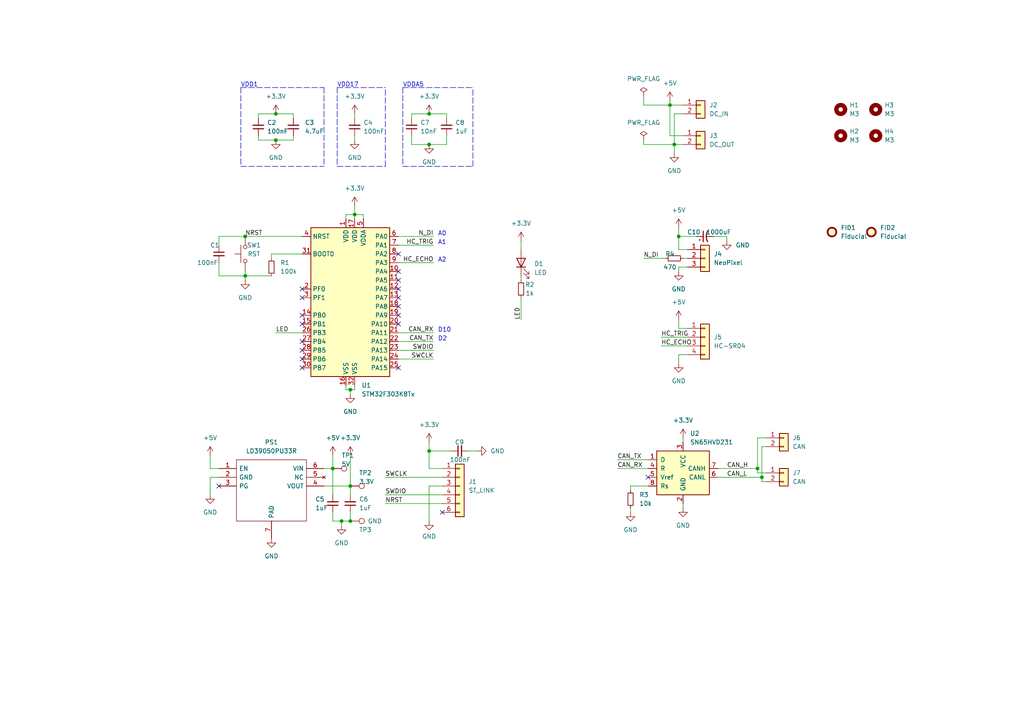
<source format=kicad_sch>
(kicad_sch (version 20211123) (generator eeschema)
  (paper "A4")
  (title_block (title "CityScope Module") (date "2023-02-09") (rev "v1.0") (company "CSL-Taipei"))
  (lib_symbols
    (symbol "CityScope_Component:LD39050PU33R" (pin_names (offset 0.762))
      (property "Reference" "PS" (at 26.67 7.62 0))
      (property "Value" "LD39050PU33R" (at 26.67 5.08 0))
      (symbol "LD39050PU33R_0_0"
        (pin input line (at 0 0 0) (length 5.08) (name "EN") (number "1"))
        (pin power_in line (at 0 -2.54 0) (length 5.08) (name "GND") (number "2"))
        (pin output line (at 0 -5.08 0) (length 5.08) (name "PG") (number "3"))
        (pin power_out line (at 30.48 -5.08 180) (length 5.08) (name "VOUT") (number "4"))
        (pin no_connect line (at 30.48 -2.54 180) (length 5.08) (name "NC") (number "5"))
        (pin power_in line (at 30.48 0 180) (length 5.08) (name "VIN") (number "6"))
        (pin power_in line (at 15.24 -20.32 90) (length 5.08) (name "PAD") (number "7"))
      )
      (symbol "LD39050PU33R_0_1"
        (polyline (pts (xy 5.08 2.54) (xy 25.4 2.54) (xy 25.4 -15.24) (xy 5.08 -15.24) (xy 5.08 2.54)) (stroke (width 0.1524)))
      )
    )
    (symbol "Connector:TestPoint" (pin_numbers hide) (pin_names (offset 0.762) hide)
      (property "Reference" "TP" (at 0 6.858 0))
      (property "Value" "TestPoint" (at 0 5.08 0))
      (symbol "TestPoint_0_1"
        (circle (center 0 3.302) (radius 0.762))
      )
      (symbol "TestPoint_1_1"
        (pin passive line (at 0 0 90) (length 2.54) (name "1") (number "1"))
      )
    )
    (symbol "Connector_Generic:Conn_01x02" (pin_names (offset 1.016) hide)
      (property "Reference" "J" (at 0 2.54 0))
      (property "Value" "Conn_01x02" (at 0 -5.08 0))
      (symbol "Conn_01x02_1_1"
        (rectangle (start -1.27 -2.413) (end 0 -2.667) (stroke (width 0.1524)))
        (rectangle (start -1.27 0.127) (end 0 -0.127) (stroke (width 0.1524)))
        (rectangle (start -1.27 1.27) (end 1.27 -3.81) (stroke (width 0.254)) (fill (type background)))
        (pin passive line (at -5.08 0 0) (length 3.81) (name "Pin_1") (number "1"))
        (pin passive line (at -5.08 -2.54 0) (length 3.81) (name "Pin_2") (number "2"))
      )
    )
    (symbol "Connector_Generic:Conn_01x03" (pin_names (offset 1.016) hide)
      (property "Reference" "J" (at 0 5.08 0))
      (property "Value" "Conn_01x03" (at 0 -5.08 0))
      (symbol "Conn_01x03_1_1"
        (rectangle (start -1.27 -2.413) (end 0 -2.667) (stroke (width 0.1524)))
        (rectangle (start -1.27 0.127) (end 0 -0.127) (stroke (width 0.1524)))
        (rectangle (start -1.27 2.667) (end 0 2.413) (stroke (width 0.1524)))
        (rectangle (start -1.27 3.81) (end 1.27 -3.81) (stroke (width 0.254)) (fill (type background)))
        (pin passive line (at -5.08 2.54 0) (length 3.81) (name "Pin_1") (number "1"))
        (pin passive line (at -5.08 0 0) (length 3.81) (name "Pin_2") (number "2"))
        (pin passive line (at -5.08 -2.54 0) (length 3.81) (name "Pin_3") (number "3"))
      )
    )
    (symbol "Connector_Generic:Conn_01x04" (pin_names (offset 1.016) hide)
      (property "Reference" "J" (at 0 5.08 0))
      (property "Value" "Conn_01x04" (at 0 -7.62 0))
      (symbol "Conn_01x04_1_1"
        (rectangle (start -1.27 -4.953) (end 0 -5.207) (stroke (width 0.1524)))
        (rectangle (start -1.27 -2.413) (end 0 -2.667) (stroke (width 0.1524)))
        (rectangle (start -1.27 0.127) (end 0 -0.127) (stroke (width 0.1524)))
        (rectangle (start -1.27 2.667) (end 0 2.413) (stroke (width 0.1524)))
        (rectangle (start -1.27 3.81) (end 1.27 -6.35) (stroke (width 0.254)) (fill (type background)))
        (pin passive line (at -5.08 2.54 0) (length 3.81) (name "Pin_1") (number "1"))
        (pin passive line (at -5.08 0 0) (length 3.81) (name "Pin_2") (number "2"))
        (pin passive line (at -5.08 -2.54 0) (length 3.81) (name "Pin_3") (number "3"))
        (pin passive line (at -5.08 -5.08 0) (length 3.81) (name "Pin_4") (number "4"))
      )
    )
    (symbol "Connector_Generic:Conn_01x06" (pin_names (offset 1.016) hide)
      (property "Reference" "J" (at 0 7.62 0))
      (property "Value" "Conn_01x06" (at 0 -10.16 0))
      (symbol "Conn_01x06_1_1"
        (rectangle (start -1.27 -7.493) (end 0 -7.747) (stroke (width 0.1524)))
        (rectangle (start -1.27 -4.953) (end 0 -5.207) (stroke (width 0.1524)))
        (rectangle (start -1.27 -2.413) (end 0 -2.667) (stroke (width 0.1524)))
        (rectangle (start -1.27 0.127) (end 0 -0.127) (stroke (width 0.1524)))
        (rectangle (start -1.27 2.667) (end 0 2.413) (stroke (width 0.1524)))
        (rectangle (start -1.27 5.207) (end 0 4.953) (stroke (width 0.1524)))
        (rectangle (start -1.27 6.35) (end 1.27 -8.89) (stroke (width 0.254)) (fill (type background)))
        (pin passive line (at -5.08 5.08 0) (length 3.81) (name "Pin_1") (number "1"))
        (pin passive line (at -5.08 2.54 0) (length 3.81) (name "Pin_2") (number "2"))
        (pin passive line (at -5.08 0 0) (length 3.81) (name "Pin_3") (number "3"))
        (pin passive line (at -5.08 -2.54 0) (length 3.81) (name "Pin_4") (number "4"))
        (pin passive line (at -5.08 -5.08 0) (length 3.81) (name "Pin_5") (number "5"))
        (pin passive line (at -5.08 -7.62 0) (length 3.81) (name "Pin_6") (number "6"))
      )
    )
    (symbol "Device:C_Polarized_Small_US" (pin_numbers hide) (pin_names (offset 0.254) hide)
      (property "Reference" "C" (at 0.254 1.778 0))
      (property "Value" "C_Polarized_Small_US" (at 0.254 -2.032 0))
      (symbol "C_Polarized_Small_US_0_1"
        (polyline (pts (xy -1.524 0.508) (xy 1.524 0.508)) (stroke (width 0.3048)))
        (polyline (pts (xy -1.27 1.524) (xy -0.762 1.524)))
        (polyline (pts (xy -1.016 1.27) (xy -1.016 1.778)))
        (arc (start 1.524 -0.762) (mid 0 -0.3734) (end -1.524 -0.762) (stroke (width 0.3048)))
      )
      (symbol "C_Polarized_Small_US_1_1"
        (pin passive line (at 0 2.54 270) (length 2.032) (name "~") (number "1"))
        (pin passive line (at 0 -2.54 90) (length 2.032) (name "~") (number "2"))
      )
    )
    (symbol "Device:C_Small" (pin_numbers hide) (pin_names (offset 0.254) hide)
      (property "Reference" "C" (at 0.254 1.778 0))
      (property "Value" "C_Small" (at 0.254 -2.032 0))
      (symbol "C_Small_0_1"
        (polyline (pts (xy -1.524 -0.508) (xy 1.524 -0.508)) (stroke (width 0.3302)))
        (polyline (pts (xy -1.524 0.508) (xy 1.524 0.508)) (stroke (width 0.3048)))
      )
      (symbol "C_Small_1_1"
        (pin passive line (at 0 2.54 270) (length 2.032) (name "~") (number "1"))
        (pin passive line (at 0 -2.54 90) (length 2.032) (name "~") (number "2"))
      )
    )
    (symbol "Device:LED" (pin_numbers hide) (pin_names (offset 1.016) hide)
      (property "Reference" "D" (at 0 2.54 0))
      (property "Value" "LED" (at 0 -2.54 0))
      (symbol "LED_0_1"
        (polyline (pts (xy -1.27 -1.27) (xy -1.27 1.27)) (stroke (width 0.254)))
        (polyline (pts (xy -1.27 0) (xy 1.27 0)))
        (polyline (pts (xy 1.27 -1.27) (xy 1.27 1.27) (xy -1.27 0) (xy 1.27 -1.27)) (stroke (width 0.254)))
        (polyline (pts (xy -3.048 -0.762) (xy -4.572 -2.286) (xy -3.81 -2.286) (xy -4.572 -2.286) (xy -4.572 -1.524)))
        (polyline (pts (xy -1.778 -0.762) (xy -3.302 -2.286) (xy -2.54 -2.286) (xy -3.302 -2.286) (xy -3.302 -1.524)))
      )
      (symbol "LED_1_1"
        (pin passive line (at -3.81 0 0) (length 2.54) (name "K") (number "1"))
        (pin passive line (at 3.81 0 180) (length 2.54) (name "A") (number "2"))
      )
    )
    (symbol "Device:R_Small" (pin_numbers hide) (pin_names (offset 0.254) hide)
      (property "Reference" "R" (at 0.762 0.508 0))
      (property "Value" "R_Small" (at 0.762 -1.016 0))
      (symbol "R_Small_0_1"
        (rectangle (start -0.762 1.778) (end 0.762 -1.778) (stroke (width 0.2032)))
      )
      (symbol "R_Small_1_1"
        (pin passive line (at 0 2.54 270) (length 0.762) (name "~") (number "1"))
        (pin passive line (at 0 -2.54 90) (length 0.762) (name "~") (number "2"))
      )
    )
    (symbol "Interface_CAN_LIN:SN65HVD231" (pin_names (offset 1.016))
      (property "Reference" "U" (at -2.54 10.16 0))
      (property "Value" "SN65HVD231" (at -2.54 7.62 0))
      (symbol "SN65HVD231_0_1"
        (rectangle (start -7.62 5.08) (end 7.62 -7.62) (stroke (width 0.254)) (fill (type background)))
      )
      (symbol "SN65HVD231_1_1"
        (pin input line (at -10.16 2.54 0) (length 2.54) (name "D") (number "1"))
        (pin power_in line (at 0 -10.16 90) (length 2.54) (name "GND") (number "2"))
        (pin power_in line (at 0 7.62 270) (length 2.54) (name "VCC") (number "3"))
        (pin output line (at -10.16 0 0) (length 2.54) (name "R") (number "4"))
        (pin output line (at -10.16 -2.54 0) (length 2.54) (name "Vref") (number "5"))
        (pin bidirectional line (at 10.16 -2.54 180) (length 2.54) (name "CANL") (number "6"))
        (pin bidirectional line (at 10.16 0 180) (length 2.54) (name "CANH") (number "7"))
        (pin input line (at -10.16 -5.08 0) (length 2.54) (name "Rs") (number "8"))
      )
    )
    (symbol "MCU_ST_STM32F3:STM32F303K8Tx"
      (property "Reference" "U" (at -12.7 21.59 0))
      (property "Value" "STM32F303K8Tx" (at 5.08 21.59 0))
      (symbol "STM32F303K8Tx_0_1"
        (rectangle (start -12.7 -22.86) (end 10.16 20.32) (stroke (width 0.254)) (fill (type background)))
      )
      (symbol "STM32F303K8Tx_1_1"
        (pin power_in line (at -2.54 22.86 270) (length 2.54) (name "VDD") (number "1"))
        (pin bidirectional line (at 12.7 7.62 180) (length 2.54) (name "PA4") (number "10"))
        (pin bidirectional line (at 12.7 5.08 180) (length 2.54) (name "PA5") (number "11"))
        (pin bidirectional line (at 12.7 2.54 180) (length 2.54) (name "PA6") (number "12"))
        (pin bidirectional line (at 12.7 0 180) (length 2.54) (name "PA7") (number "13"))
        (pin bidirectional line (at -15.24 -5.08 0) (length 2.54) (name "PB0") (number "14"))
        (pin bidirectional line (at -15.24 -7.62 0) (length 2.54) (name "PB1") (number "15"))
        (pin power_in line (at -2.54 -25.4 90) (length 2.54) (name "VSS") (number "16"))
        (pin power_in line (at 0 22.86 270) (length 2.54) (name "VDD") (number "17"))
        (pin bidirectional line (at 12.7 -2.54 180) (length 2.54) (name "PA8") (number "18"))
        (pin bidirectional line (at 12.7 -5.08 180) (length 2.54) (name "PA9") (number "19"))
        (pin input line (at -15.24 2.54 0) (length 2.54) (name "PF0") (number "2"))
        (pin bidirectional line (at 12.7 -7.62 180) (length 2.54) (name "PA10") (number "20"))
        (pin bidirectional line (at 12.7 -10.16 180) (length 2.54) (name "PA11") (number "21"))
        (pin bidirectional line (at 12.7 -12.7 180) (length 2.54) (name "PA12") (number "22"))
        (pin bidirectional line (at 12.7 -15.24 180) (length 2.54) (name "PA13") (number "23"))
        (pin bidirectional line (at 12.7 -17.78 180) (length 2.54) (name "PA14") (number "24"))
        (pin bidirectional line (at 12.7 -20.32 180) (length 2.54) (name "PA15") (number "25"))
        (pin bidirectional line (at -15.24 -10.16 0) (length 2.54) (name "PB3") (number "26"))
        (pin bidirectional line (at -15.24 -12.7 0) (length 2.54) (name "PB4") (number "27"))
        (pin bidirectional line (at -15.24 -15.24 0) (length 2.54) (name "PB5") (number "28"))
        (pin bidirectional line (at -15.24 -17.78 0) (length 2.54) (name "PB6") (number "29"))
        (pin input line (at -15.24 0 0) (length 2.54) (name "PF1") (number "3"))
        (pin bidirectional line (at -15.24 -20.32 0) (length 2.54) (name "PB7") (number "30"))
        (pin input line (at -15.24 12.7 0) (length 2.54) (name "BOOT0") (number "31"))
        (pin power_in line (at 0 -25.4 90) (length 2.54) (name "VSS") (number "32"))
        (pin input line (at -15.24 17.78 0) (length 2.54) (name "NRST") (number "4"))
        (pin power_in line (at 2.54 22.86 270) (length 2.54) (name "VDDA") (number "5"))
        (pin bidirectional line (at 12.7 17.78 180) (length 2.54) (name "PA0") (number "6"))
        (pin bidirectional line (at 12.7 15.24 180) (length 2.54) (name "PA1") (number "7"))
        (pin bidirectional line (at 12.7 12.7 180) (length 2.54) (name "PA2") (number "8"))
        (pin bidirectional line (at 12.7 10.16 180) (length 2.54) (name "PA3") (number "9"))
      )
    )
    (symbol "Mechanical:Fiducial"
      (property "Reference" "FID" (at 0 5.08 0))
      (property "Value" "Fiducial" (at 0 3.175 0))
      (symbol "Fiducial_0_1"
        (circle (center 0 0) (radius 1.27) (stroke (width 0.508)) (fill (type background)))
      )
    )
    (symbol "Mechanical:MountingHole" (pin_names (offset 1.016))
      (property "Reference" "H" (at 0 5.08 0))
      (property "Value" "MountingHole" (at 0 3.175 0))
      (symbol "MountingHole_0_1"
        (circle (center 0 0) (radius 1.27) (stroke (width 1.27)))
      )
    )
    (symbol "Switch:SW_Push" (pin_numbers hide) (pin_names (offset 1.016) hide)
      (property "Reference" "SW" (at 1.27 2.54 0))
      (property "Value" "SW_Push" (at 0 -1.524 0))
      (symbol "SW_Push_0_1"
        (circle (center -2.032 0) (radius 0.508))
        (polyline (pts (xy 0 1.27) (xy 0 3.048)))
        (polyline (pts (xy 2.54 1.27) (xy -2.54 1.27)))
        (circle (center 2.032 0) (radius 0.508))
        (pin passive line (at -5.08 0 0) (length 2.54) (name "1") (number "1"))
        (pin passive line (at 5.08 0 180) (length 2.54) (name "2") (number "2"))
      )
    )
    (symbol "power:+3.3V" (power) (pin_names (offset 0))
      (property "Value" "+3.3V" (at 0 3.556 0))
      (symbol "+3.3V_0_1"
        (polyline (pts (xy -0.762 1.27) (xy 0 2.54)))
        (polyline (pts (xy 0 0) (xy 0 2.54)))
        (polyline (pts (xy 0 2.54) (xy 0.762 1.27)))
      )
      (symbol "+3.3V_1_1"
        (pin power_in line (at 0 0 90) (length 0) hide (name "+3.3V") (number "1"))
      )
    )
    (symbol "power:+5V" (power) (pin_names (offset 0))
      (property "Value" "+5V" (at 0 3.556 0))
      (symbol "+5V_0_1"
        (polyline (pts (xy -0.762 1.27) (xy 0 2.54)))
        (polyline (pts (xy 0 0) (xy 0 2.54)))
        (polyline (pts (xy 0 2.54) (xy 0.762 1.27)))
      )
      (symbol "+5V_1_1"
        (pin power_in line (at 0 0 90) (length 0) hide (name "+5V") (number "1"))
      )
    )
    (symbol "power:GND" (power) (pin_names (offset 0))
      (property "Value" "GND" (at 0 -3.81 0))
      (symbol "GND_0_1"
        (polyline (pts (xy 0 0) (xy 0 -1.27) (xy 1.27 -1.27) (xy 0 -2.54) (xy -1.27 -1.27) (xy 0 -1.27)))
      )
      (symbol "GND_1_1"
        (pin power_in line (at 0 0 270) (length 0) hide (name "GND") (number "1"))
      )
    )
    (symbol "power:PWR_FLAG" (power) (pin_numbers hide) (pin_names (offset 0) hide)
      (property "Value" "PWR_FLAG" (at 0 3.81 0))
      (symbol "PWR_FLAG_0_0"
        (pin power_out line (at 0 0 90) (length 0) (name "pwr") (number "1"))
      )
      (symbol "PWR_FLAG_0_1"
        (polyline (pts (xy 0 0) (xy 0 1.27) (xy -1.016 1.905) (xy 0 2.54) (xy 1.016 1.905) (xy 0 1.27)))
      )
    )
  )
  (junction (at 124.46 130.81))
  (junction (at 101.6 113.03))
  (junction (at 196.85 68.58))
  (junction (at 194.31 30.48))
  (junction (at 195.58 41.91))
  (junction (at 102.87 62.23))
  (junction (at 71.12 80.01))
  (junction (at 101.6 151.13))
  (junction (at 99.06 151.13))
  (junction (at 220.98 138.43))
  (junction (at 96.52 135.89))
  (junction (at 124.46 33.02))
  (junction (at 101.6 140.97))
  (junction (at 80.01 33.02))
  (junction (at 219.71 135.89))
  (junction (at 80.01 40.64))
  (junction (at 124.46 41.91))
  (junction (at 71.12 68.58))
  (no_connect (at 87.63 91.44))
  (no_connect (at 87.63 106.68))
  (no_connect (at 115.57 83.82))
  (no_connect (at 87.63 101.6))
  (no_connect (at 187.96 138.43))
  (no_connect (at 87.63 93.98))
  (no_connect (at 115.57 73.66))
  (no_connect (at 115.57 93.98))
  (no_connect (at 115.57 88.9))
  (no_connect (at 87.63 104.14))
  (no_connect (at 63.5 140.97))
  (no_connect (at 115.57 106.68))
  (no_connect (at 115.57 86.36))
  (no_connect (at 115.57 81.28))
  (no_connect (at 115.57 91.44))
  (no_connect (at 115.57 78.74))
  (no_connect (at 87.63 99.06))
  (no_connect (at 87.63 86.36))
  (no_connect (at 87.63 83.82))
  (no_connect (at 128.27 148.59))
  (wire (pts (xy 124.46 130.81) (xy 124.46 135.89)))
  (wire (pts (xy 196.85 66.04) (xy 196.85 68.58)))
  (wire (pts (xy 196.85 77.47) (xy 196.85 78.74)))
  (wire (pts (xy 74.93 39.37) (xy 74.93 40.64)))
  (wire (pts (xy 85.09 33.02) (xy 85.09 34.29)))
  (wire (pts (xy 219.71 137.16) (xy 222.25 137.16)))
  (wire (pts (xy 220.98 129.54) (xy 220.98 138.43)))
  (wire (pts (xy 102.87 62.23) (xy 102.87 63.5)))
  (wire (pts (xy 74.93 34.29) (xy 74.93 33.02)))
  (wire (pts (xy 191.77 100.33) (xy 199.39 100.33)))
  (polyline (pts (xy 97.79 25.4) (xy 97.79 48.26)))
  (wire (pts (xy 151.13 69.85) (xy 151.13 72.39)))
  (wire (pts (xy 115.57 71.12) (xy 125.73 71.12)))
  (wire (pts (xy 101.6 113.03) (xy 101.6 114.3)))
  (wire (pts (xy 102.87 39.37) (xy 102.87 40.64)))
  (polyline (pts (xy 69.85 25.4) (xy 69.85 48.26)))
  (wire (pts (xy 124.46 140.97) (xy 124.46 151.13)))
  (wire (pts (xy 191.77 97.79) (xy 199.39 97.79)))
  (wire (pts (xy 99.06 151.13) (xy 99.06 152.4)))
  (wire (pts (xy 101.6 148.59) (xy 101.6 151.13)))
  (wire (pts (xy 195.58 41.91) (xy 198.12 41.91)))
  (wire (pts (xy 195.58 33.02) (xy 195.58 41.91)))
  (wire (pts (xy 187.96 140.97) (xy 182.88 140.97)))
  (wire (pts (xy 198.12 127) (xy 198.12 128.27)))
  (wire (pts (xy 78.74 74.93) (xy 78.74 73.66)))
  (wire (pts (xy 80.01 40.64) (xy 85.09 40.64)))
  (wire (pts (xy 96.52 151.13) (xy 99.06 151.13)))
  (wire (pts (xy 71.12 78.74) (xy 71.12 80.01)))
  (wire (pts (xy 96.52 148.59) (xy 96.52 151.13)))
  (wire (pts (xy 96.52 135.89) (xy 96.52 143.51)))
  (wire (pts (xy 63.5 76.2) (xy 63.5 80.01)))
  (wire (pts (xy 194.31 30.48) (xy 194.31 29.21)))
  (wire (pts (xy 198.12 74.93) (xy 199.39 74.93)))
  (wire (pts (xy 96.52 135.89) (xy 93.98 135.89)))
  (wire (pts (xy 129.54 39.37) (xy 129.54 41.91)))
  (wire (pts (xy 101.6 132.08) (xy 101.6 140.97)))
  (wire (pts (xy 100.33 63.5) (xy 100.33 62.23)))
  (wire (pts (xy 182.88 140.97) (xy 182.88 142.24)))
  (wire (pts (xy 71.12 68.58) (xy 63.5 68.58)))
  (wire (pts (xy 222.25 129.54) (xy 220.98 129.54)))
  (wire (pts (xy 129.54 41.91) (xy 124.46 41.91)))
  (polyline (pts (xy 116.84 25.4) (xy 116.84 48.26)))
  (wire (pts (xy 100.33 113.03) (xy 101.6 113.03)))
  (wire (pts (xy 219.71 127) (xy 219.71 135.89)))
  (wire (pts (xy 102.87 62.23) (xy 105.41 62.23)))
  (wire (pts (xy 119.38 33.02) (xy 124.46 33.02)))
  (wire (pts (xy 71.12 80.01) (xy 78.74 80.01)))
  (polyline (pts (xy 116.84 48.26) (xy 137.16 48.26)))
  (wire (pts (xy 195.58 41.91) (xy 195.58 44.45)))
  (wire (pts (xy 210.82 68.58) (xy 210.82 69.85)))
  (wire (pts (xy 199.39 102.87) (xy 196.85 102.87)))
  (wire (pts (xy 115.57 104.14) (xy 125.73 104.14)))
  (wire (pts (xy 207.01 68.58) (xy 210.82 68.58)))
  (wire (pts (xy 100.33 62.23) (xy 102.87 62.23)))
  (wire (pts (xy 93.98 140.97) (xy 101.6 140.97)))
  (wire (pts (xy 135.89 130.81) (xy 138.43 130.81)))
  (wire (pts (xy 74.93 33.02) (xy 80.01 33.02)))
  (wire (pts (xy 60.96 138.43) (xy 60.96 143.51)))
  (polyline (pts (xy 69.85 25.4) (xy 93.98 25.4)))
  (wire (pts (xy 102.87 59.69) (xy 102.87 62.23)))
  (wire (pts (xy 186.69 41.91) (xy 186.69 40.64)))
  (wire (pts (xy 151.13 86.36) (xy 151.13 92.71)))
  (wire (pts (xy 115.57 96.52) (xy 125.73 96.52)))
  (wire (pts (xy 129.54 33.02) (xy 129.54 34.29)))
  (wire (pts (xy 71.12 68.58) (xy 87.63 68.58)))
  (wire (pts (xy 124.46 128.27) (xy 124.46 130.81)))
  (wire (pts (xy 151.13 80.01) (xy 151.13 81.28)))
  (wire (pts (xy 63.5 68.58) (xy 63.5 71.12)))
  (wire (pts (xy 111.76 146.05) (xy 128.27 146.05)))
  (wire (pts (xy 199.39 77.47) (xy 196.85 77.47)))
  (wire (pts (xy 186.69 74.93) (xy 193.04 74.93)))
  (wire (pts (xy 63.5 138.43) (xy 60.96 138.43)))
  (wire (pts (xy 128.27 140.97) (xy 124.46 140.97)))
  (wire (pts (xy 124.46 130.81) (xy 130.81 130.81)))
  (wire (pts (xy 124.46 33.02) (xy 129.54 33.02)))
  (polyline (pts (xy 69.85 48.26) (xy 93.98 48.26)))
  (wire (pts (xy 71.12 80.01) (xy 71.12 81.28)))
  (wire (pts (xy 115.57 101.6) (xy 125.73 101.6)))
  (wire (pts (xy 119.38 41.91) (xy 124.46 41.91)))
  (wire (pts (xy 115.57 99.06) (xy 125.73 99.06)))
  (wire (pts (xy 220.98 138.43) (xy 220.98 139.7)))
  (wire (pts (xy 195.58 41.91) (xy 186.69 41.91)))
  (wire (pts (xy 99.06 151.13) (xy 101.6 151.13)))
  (wire (pts (xy 101.6 140.97) (xy 101.6 143.51)))
  (wire (pts (xy 194.31 39.37) (xy 194.31 30.48)))
  (wire (pts (xy 74.93 40.64) (xy 80.01 40.64)))
  (wire (pts (xy 102.87 33.02) (xy 102.87 34.29)))
  (wire (pts (xy 78.74 73.66) (xy 87.63 73.66)))
  (wire (pts (xy 220.98 139.7) (xy 222.25 139.7)))
  (wire (pts (xy 222.25 127) (xy 219.71 127)))
  (wire (pts (xy 208.28 135.89) (xy 219.71 135.89)))
  (wire (pts (xy 128.27 135.89) (xy 124.46 135.89)))
  (wire (pts (xy 105.41 62.23) (xy 105.41 63.5)))
  (wire (pts (xy 182.88 147.32) (xy 182.88 148.59)))
  (wire (pts (xy 219.71 135.89) (xy 219.71 137.16)))
  (wire (pts (xy 102.87 113.03) (xy 102.87 111.76)))
  (wire (pts (xy 196.85 72.39) (xy 199.39 72.39)))
  (polyline (pts (xy 93.98 25.4) (xy 93.98 48.26)))
  (polyline (pts (xy 97.79 25.4) (xy 111.76 25.4)))
  (wire (pts (xy 186.69 30.48) (xy 186.69 27.94)))
  (wire (pts (xy 63.5 135.89) (xy 60.96 135.89)))
  (wire (pts (xy 115.57 68.58) (xy 125.73 68.58)))
  (wire (pts (xy 111.76 138.43) (xy 128.27 138.43)))
  (wire (pts (xy 194.31 30.48) (xy 186.69 30.48)))
  (wire (pts (xy 196.85 102.87) (xy 196.85 105.41)))
  (wire (pts (xy 101.6 113.03) (xy 102.87 113.03)))
  (wire (pts (xy 85.09 39.37) (xy 85.09 40.64)))
  (wire (pts (xy 60.96 132.08) (xy 60.96 135.89)))
  (wire (pts (xy 119.38 39.37) (xy 119.38 41.91)))
  (wire (pts (xy 199.39 95.25) (xy 196.85 95.25)))
  (wire (pts (xy 179.07 133.35) (xy 187.96 133.35)))
  (wire (pts (xy 111.76 143.51) (xy 128.27 143.51)))
  (wire (pts (xy 63.5 80.01) (xy 71.12 80.01)))
  (wire (pts (xy 198.12 39.37) (xy 194.31 39.37)))
  (wire (pts (xy 196.85 68.58) (xy 201.93 68.58)))
  (polyline (pts (xy 137.16 48.26) (xy 137.16 25.4)))
  (wire (pts (xy 96.52 132.08) (xy 96.52 135.89)))
  (polyline (pts (xy 111.76 48.26) (xy 111.76 25.4)))
  (polyline (pts (xy 116.84 25.4) (xy 137.16 25.4)))
  (wire (pts (xy 115.57 76.2) (xy 125.73 76.2)))
  (wire (pts (xy 196.85 68.58) (xy 196.85 72.39)))
  (polyline (pts (xy 97.79 48.26) (xy 111.76 48.26)))
  (wire (pts (xy 80.01 33.02) (xy 85.09 33.02)))
  (wire (pts (xy 100.33 111.76) (xy 100.33 113.03)))
  (wire (pts (xy 196.85 95.25) (xy 196.85 92.71)))
  (wire (pts (xy 198.12 146.05) (xy 198.12 147.32)))
  (wire (pts (xy 80.01 96.52) (xy 87.63 96.52)))
  (wire (pts (xy 194.31 30.48) (xy 198.12 30.48)))
  (wire (pts (xy 179.07 135.89) (xy 187.96 135.89)))
  (wire (pts (xy 198.12 33.02) (xy 195.58 33.02)))
  (wire (pts (xy 208.28 138.43) (xy 220.98 138.43)))
  (wire (pts (xy 119.38 34.29) (xy 119.38 33.02)))
  (text "VDD1" (at 69.85 25.4 0) (effects (font (size 1.27 1.27)) (justify left bottom)))
  (text "D10" (at 127 96.52 0) (effects (font (size 1.27 1.27)) (justify left bottom)))
  (text "A0" (at 127 68.58 0) (effects (font (size 1.27 1.27)) (justify left bottom)))
  (text "VDDA5\n" (at 116.84 25.4 0) (effects (font (size 1.27 1.27)) (justify left bottom)))
  (text "VDD17\n" (at 97.79 25.4 0) (effects (font (size 1.27 1.27)) (justify left bottom)))
  (text "D2" (at 127 99.06 0) (effects (font (size 1.27 1.27)) (justify left bottom)))
  (text "A1" (at 127 71.12 0) (effects (font (size 1.27 1.27)) (justify left bottom)))
  (text "A2" (at 127 76.2 0) (effects (font (size 1.27 1.27)) (justify left bottom)))
  (label "HC_TRIG" (at 125.73 71.12 180))
  (label "SWDIO" (at 111.76 143.51 0))
  (label "N_DI" (at 125.73 68.58 180))
  (label "CAN_L" (at 210.82 138.43 0))
  (label "HC_ECHO" (at 125.73 76.2 180))
  (label "SWCLK" (at 125.73 104.14 180))
  (label "SWDIO" (at 125.73 101.6 180))
  (label "CAN_H" (at 210.82 135.89 0))
  (label "NRST" (at 71.12 68.58 0))
  (label "CAN_RX" (at 125.73 96.52 180))
  (label "HC_ECHO" (at 191.77 100.33 0))
  (label "CAN_RX" (at 179.07 135.89 0))
  (label "CAN_TX" (at 179.07 133.35 0))
  (label "LED" (at 151.13 92.71 90))
  (label "CAN_TX" (at 125.73 99.06 180))
  (label "NRST" (at 111.76 146.05 0))
  (label "N_DI" (at 186.69 74.93 0))
  (label "LED" (at 80.01 96.52 0))
  (label "HC_TRIG" (at 191.77 97.79 0))
  (label "SWCLK" (at 111.76 138.43 0))
  (symbol (lib_id "MCU_ST_STM32F3:STM32F303K8Tx") (at 102.87 86.36 0) (unit 1)
    (property "Reference" "U1" (at 104.8894 111.76 0) (effects (justify left)))
    (property "Value" "STM32F303K8Tx" (at 104.8894 114.3 0) (effects (justify left)))
    (property "Footprint" "Package_QFP:LQFP-32_7x7mm_P0.8mm" (effects hide))
    (property "Datasheet" "http://www.st.com/st-web-ui/static/active/en/resource/technical/document/datasheet/DM00092070.pdf" (effects hide))
  )
  (symbol (lib_id "Device:C_Small") (at 133.35 130.81 90) (unit 1)
    (property "Reference" "C9" (at 134.62 128.27 90) (effects (justify left)))
    (property "Value" "100nF" (at 136.525 133.35 90) (effects (justify left)))
    (property "Footprint" "Capacitor_SMD:C_0603_1608Metric" (effects hide))
    (property "Manufacturer_Name" "YAGEO" (effects hide))
    (property "Manufacturer_Part_Number" "CC603KRX7R8BB104" (effects hide))
    (property "Mouser Part Number" "603-CC603KRX7R8BB104" (effects hide))
  )
  (symbol (lib_id "Mechanical:Fiducial") (at 252.73 67.31 0) (unit 1)
    (property "Reference" "FID2" (at 255.27 66.0399 0) (effects (justify left)))
    (property "Value" "Fiducial" (at 255.27 68.5799 0) (effects (justify left)))
    (property "Footprint" "Fiducial:Fiducial_0.75mm_Mask1.5mm" (effects hide))
  )
  (symbol (lib_id "Connector:TestPoint") (at 101.6 151.13 270) (unit 1)
    (property "Reference" "TP3" (at 104.14 153.67 90) (effects (justify left)))
    (property "Value" "GND" (at 106.68 151.13 90) (effects (justify left)))
    (property "Footprint" "TestPoint:TestPoint_Pad_D1.0mm" (effects hide))
  )
  (symbol (lib_id "Device:LED") (at 151.13 76.2 90) (unit 1)
    (property "Reference" "D1" (at 154.94 76.5174 90) (effects (justify right)))
    (property "Value" "LED" (at 154.94 79.0574 90) (effects (justify right)))
    (property "Footprint" "LED_SMD:LED_0603_1608Metric" (effects hide))
  )
  (symbol (lib_id "power:+3.3V") (at 80.01 33.02 0) (unit 1)
    (property "Reference" "#PWR04" (effects hide))
    (property "Value" "+3.3V" (at 80.01 27.94 0))
  )
  (symbol (lib_id "Mechanical:MountingHole") (at 243.84 39.37 0) (unit 1)
    (property "Reference" "H2" (at 246.38 38.0999 0) (effects (justify left)))
    (property "Value" "M3" (at 246.38 40.6399 0) (effects (justify left)))
    (property "Footprint" "MountingHole:MountingHole_3.2mm_M3" (effects hide))
  )
  (symbol (lib_id "Device:R_Small") (at 195.58 74.93 270) (unit 1)
    (property "Reference" "R4" (at 194.31 73.66 90))
    (property "Value" "470" (at 194.31 77.47 90))
    (property "Footprint" "Resistor_SMD:R_0603_1608Metric" (effects hide))
  )
  (symbol (lib_id "Device:C_Small") (at 102.87 36.83 180) (unit 1)
    (property "Reference" "C4" (at 105.41 35.5535 0) (effects (justify right)))
    (property "Value" "100nF" (at 105.41 38.0935 0) (effects (justify right)))
    (property "Footprint" "Capacitor_SMD:C_0603_1608Metric" (effects hide))
  )
  (symbol (lib_id "power:GND") (at 138.43 130.81 90) (unit 1)
    (property "Reference" "#PWR018" (effects hide))
    (property "Value" "GND" (at 142.24 130.8099 90) (effects (justify right)))
  )
  (symbol (lib_id "Connector_Generic:Conn_01x03") (at 204.47 74.93 0) (unit 1)
    (property "Reference" "J4" (at 207.01 73.6599 0) (effects (justify left)))
    (property "Value" "NeoPixel" (at 207.01 76.1999 0) (effects (justify left)))
    (property "Footprint" "Connector_JST:JST_PH_S3B-PH-SM4-TB_1x03-1MP_P2.00mm_Horizontal" (effects hide))
  )
  (symbol (lib_id "Device:C_Small") (at 96.52 146.05 180) (unit 1)
    (property "Reference" "C5" (at 91.44 144.78 0) (effects (justify right)))
    (property "Value" "1uF" (at 91.44 147.32 0) (effects (justify right)))
    (property "Footprint" "Capacitor_SMD:C_0603_1608Metric" (effects hide))
  )
  (symbol (lib_id "Device:C_Polarized_Small_US") (at 204.47 68.58 90) (unit 1)
    (property "Reference" "C10" (at 203.2 67.31 90) (effects (justify left)))
    (property "Value" "1000uF" (at 212.09 67.31 90) (effects (justify left)))
    (property "Footprint" "Capacitor_THT:CP_Radial_D8.0mm_P3.50mm" (effects hide))
  )
  (symbol (lib_id "power:GND") (at 80.01 40.64 0) (unit 1)
    (property "Reference" "#PWR05" (effects hide))
    (property "Value" "GND" (at 80.01 45.72 0))
  )
  (symbol (lib_id "power:GND") (at 101.6 114.3 0) (unit 1)
    (property "Reference" "#PWR09" (effects hide))
    (property "Value" "GND" (at 101.6 119.38 0))
  )
  (symbol (lib_id "power:+3.3V") (at 124.46 128.27 0) (unit 1)
    (property "Reference" "#PWR016" (effects hide))
    (property "Value" "+3.3V" (at 124.46 123.19 0))
  )
  (symbol (lib_id "Device:C_Small") (at 74.93 36.83 180) (unit 1)
    (property "Reference" "C2" (at 77.47 35.5535 0) (effects (justify right)))
    (property "Value" "100nF" (at 77.47 38.0935 0) (effects (justify right)))
    (property "Footprint" "Capacitor_SMD:C_0603_1608Metric" (effects hide))
  )
  (symbol (lib_id "Connector:TestPoint") (at 101.6 140.97 270) (unit 1)
    (property "Reference" "TP2" (at 104.14 137.16 90) (effects (justify left)))
    (property "Value" "3.3V" (at 104.14 139.7 90) (effects (justify left)))
    (property "Footprint" "TestPoint:TestPoint_Pad_D1.0mm" (effects hide))
  )
  (symbol (lib_id "Mechanical:MountingHole") (at 254 31.75 0) (unit 1)
    (property "Reference" "H3" (at 256.54 30.4799 0) (effects (justify left)))
    (property "Value" "M3" (at 256.54 33.0199 0) (effects (justify left)))
    (property "Footprint" "MountingHole:MountingHole_3.2mm_M3" (effects hide))
  )
  (symbol (lib_id "Device:C_Small") (at 119.38 36.83 180) (unit 1)
    (property "Reference" "C7" (at 121.92 35.5535 0) (effects (justify right)))
    (property "Value" "10nF" (at 121.92 38.0935 0) (effects (justify right)))
    (property "Footprint" "Capacitor_SMD:C_0603_1608Metric" (effects hide))
  )
  (symbol (lib_id "power:+3.3V") (at 102.87 33.02 0) (unit 1)
    (property "Reference" "#PWR07" (effects hide))
    (property "Value" "+3.3V" (at 102.87 27.94 0))
  )
  (symbol (lib_id "power:+5V") (at 194.31 29.21 0) (unit 1)
    (property "Reference" "#PWR021" (effects hide))
    (property "Value" "+5V" (at 194.31 24.13 0))
  )
  (symbol (lib_id "power:+3.3V") (at 124.46 33.02 0) (unit 1)
    (property "Reference" "#PWR014" (effects hide))
    (property "Value" "+3.3V" (at 124.46 27.94 0))
  )
  (symbol (lib_id "Device:R_Small") (at 182.88 144.78 0) (unit 1)
    (property "Reference" "R3" (at 185.42 143.5099 0) (effects (justify left)))
    (property "Value" "10k" (at 185.42 146.0499 0) (effects (justify left)))
    (property "Footprint" "Resistor_SMD:R_0603_1608Metric" (effects hide))
  )
  (symbol (lib_id "power:GND") (at 210.82 69.85 0) (unit 1)
    (property "Reference" "#PWR029" (effects hide))
    (property "Value" "GND" (at 213.36 71.1199 0) (effects (justify left)))
  )
  (symbol (lib_id "power:GND") (at 99.06 152.4 0) (unit 1)
    (property "Reference" "#PWR012" (effects hide))
    (property "Value" "GND" (at 99.06 157.48 0))
  )
  (symbol (lib_id "Mechanical:Fiducial") (at 241.3 67.31 0) (unit 1)
    (property "Reference" "FID1" (at 243.84 66.0399 0) (effects (justify left)))
    (property "Value" "Fiducial" (at 243.84 68.5799 0) (effects (justify left)))
    (property "Footprint" "Fiducial:Fiducial_0.75mm_Mask1.5mm" (effects hide))
  )
  (symbol (lib_id "Connector_Generic:Conn_01x04") (at 204.47 97.79 0) (unit 1)
    (property "Reference" "J5" (at 207.01 97.7899 0) (effects (justify left)))
    (property "Value" "HC-SR04" (at 207.01 100.3299 0) (effects (justify left)))
    (property "Footprint" "Connector_JST:JST_PH_S4B-PH-SM4-TB_1x04-1MP_P2.00mm_Horizontal" (effects hide))
  )
  (symbol (lib_id "power:+3.3V") (at 198.12 127 0) (unit 1)
    (property "Reference" "#PWR027" (effects hide))
    (property "Value" "+3.3V" (at 198.12 121.92 0))
  )
  (symbol (lib_id "power:GND") (at 71.12 81.28 0) (unit 1)
    (property "Reference" "#PWR03" (effects hide))
    (property "Value" "GND" (at 71.12 86.36 0))
  )
  (symbol (lib_id "Connector_Generic:Conn_01x02") (at 203.2 30.48 0) (unit 1)
    (property "Reference" "J2" (at 205.74 30.4799 0) (effects (justify left)))
    (property "Value" "DC_IN" (at 205.74 33.0199 0) (effects (justify left)))
    (property "Footprint" "Connector_AMASS:AMASS_XT30PW-M_1x02_P2.50mm_Horizontal" (effects hide))
  )
  (symbol (lib_id "power:PWR_FLAG") (at 186.69 27.94 0) (unit 1)
    (property "Reference" "#FLG01" (effects hide))
    (property "Value" "PWR_FLAG" (at 186.69 22.86 0))
  )
  (symbol (lib_id "power:GND") (at 195.58 44.45 0) (unit 1)
    (property "Reference" "#PWR022" (effects hide))
    (property "Value" "GND" (at 195.58 49.53 0))
  )
  (symbol (lib_id "power:GND") (at 124.46 41.91 0) (unit 1)
    (property "Reference" "#PWR015" (effects hide))
    (property "Value" "GND" (at 124.46 46.99 0))
  )
  (symbol (lib_id "Connector_Generic:Conn_01x02") (at 227.33 137.16 0) (unit 1)
    (property "Reference" "J7" (at 229.87 137.1599 0) (effects (justify left)))
    (property "Value" "CAN" (at 229.87 139.6999 0) (effects (justify left)))
    (property "Footprint" "Connector_JST:JST_PH_S2B-PH-SM4-TB_1x02-1MP_P2.00mm_Horizontal" (effects hide))
  )
  (symbol (lib_id "Device:C_Small") (at 63.5 73.66 0) (unit 1)
    (property "Reference" "C1" (at 60.96 71.12 0) (effects (justify left)))
    (property "Value" "100nF" (at 57.15 76.2 0) (effects (justify left)))
    (property "Footprint" "Capacitor_SMD:C_0603_1608Metric" (effects hide))
  )
  (symbol (lib_id "power:+5V") (at 196.85 66.04 0) (unit 1)
    (property "Reference" "#PWR023" (effects hide))
    (property "Value" "+5V" (at 196.85 60.96 0))
  )
  (symbol (lib_id "power:GND") (at 124.46 151.13 0) (unit 1)
    (property "Reference" "#PWR017" (effects hide))
    (property "Value" "GND" (at 124.46 155.575 0))
  )
  (symbol (lib_id "power:GND") (at 182.88 148.59 0) (unit 1)
    (property "Reference" "#PWR020" (effects hide))
    (property "Value" "GND" (at 182.88 153.67 0))
  )
  (symbol (lib_id "power:+3.3V") (at 101.6 132.08 0) (unit 1)
    (property "Reference" "#PWR013" (effects hide))
    (property "Value" "+3.3V" (at 101.6 127 0))
  )
  (symbol (lib_id "Connector_Generic:Conn_01x02") (at 203.2 39.37 0) (unit 1)
    (property "Reference" "J3" (at 205.74 39.3699 0) (effects (justify left)))
    (property "Value" "DC_OUT" (at 205.74 41.9099 0) (effects (justify left)))
    (property "Footprint" "Connector_AMASS:AMASS_XT30PW-F_1x02_P2.50mm_Horizontal" (effects hide))
  )
  (symbol (lib_id "Connector_Generic:Conn_01x02") (at 227.33 127 0) (unit 1)
    (property "Reference" "J6" (at 229.87 126.9999 0) (effects (justify left)))
    (property "Value" "CAN" (at 229.87 129.5399 0) (effects (justify left)))
    (property "Footprint" "Connector_JST:JST_PH_S2B-PH-SM4-TB_1x02-1MP_P2.00mm_Horizontal" (effects hide))
  )
  (symbol (lib_id "power:+5V") (at 196.85 92.71 0) (unit 1)
    (property "Reference" "#PWR025" (effects hide))
    (property "Value" "+5V" (at 196.85 87.63 0))
  )
  (symbol (lib_id "Connector_Generic:Conn_01x06") (at 133.35 140.97 0) (unit 1)
    (property "Reference" "J1" (at 135.89 139.6999 0) (effects (justify left)))
    (property "Value" "ST_LINK" (at 135.89 142.2399 0) (effects (justify left)))
    (property "Footprint" "Connector_JST:JST_SH_BM06B-SRSS-TB_1x06-1MP_P1.00mm_Vertical" (effects hide))
    (property "Mouser Part Number" "local store" (effects hide))
    (property "Manufacturer_Name" "JST" (effects hide))
  )
  (symbol (lib_id "Device:C_Small") (at 85.09 36.83 180) (unit 1)
    (property "Reference" "C3" (at 88.4341 35.5535 0) (effects (justify right)))
    (property "Value" "4.7uF" (at 88.4341 38.0935 0) (effects (justify right)))
    (property "Footprint" "Capacitor_SMD:C_0603_1608Metric" (effects hide))
  )
  (symbol (lib_id "power:PWR_FLAG") (at 186.69 40.64 0) (unit 1)
    (property "Reference" "#FLG02" (effects hide))
    (property "Value" "PWR_FLAG" (at 186.69 35.56 0))
  )
  (symbol (lib_id "power:GND") (at 196.85 78.74 0) (unit 1)
    (property "Reference" "#PWR024" (effects hide))
    (property "Value" "GND" (at 196.85 83.82 0))
  )
  (symbol (lib_id "power:GND") (at 196.85 105.41 0) (unit 1)
    (property "Reference" "#PWR026" (effects hide))
    (property "Value" "GND" (at 196.85 110.49 0))
  )
  (symbol (lib_id "Switch:SW_Push") (at 71.12 73.66 90) (unit 1)
    (property "Reference" "SW1" (at 73.66 71.12 90))
    (property "Value" "RST" (at 73.66 73.66 90))
    (property "Footprint" "Button_Switch_SMD:SW_SPST_TL3305A" (effects hide))
  )
  (symbol (lib_id "Device:R_Small") (at 151.13 83.82 180) (unit 1)
    (property "Reference" "R2" (at 153.67 82.55 0))
    (property "Value" "1k" (at 153.67 85.09 0))
    (property "Footprint" "Resistor_SMD:R_0603_1608Metric" (effects hide))
  )
  (symbol (lib_id "Interface_CAN_LIN:SN65HVD231") (at 198.12 135.89 0) (unit 1)
    (property "Reference" "U2" (at 200.1394 125.73 0) (effects (justify left)))
    (property "Value" "SN65HVD231" (at 200.1394 128.27 0) (effects (justify left)))
    (property "Footprint" "Package_SO:SOIC-8_3.9x4.9mm_P1.27mm" (effects hide))
    (property "Datasheet" "http://www.ti.com/lit/ds/symlink/sn65hvd230.pdf" (effects hide))
  )
  (symbol (lib_id "Device:C_Small") (at 101.6 146.05 180) (unit 1)
    (property "Reference" "C6" (at 104.14 144.7735 0) (effects (justify right)))
    (property "Value" "1uF" (at 104.14 147.3135 0) (effects (justify right)))
    (property "Footprint" "Capacitor_SMD:C_0603_1608Metric" (effects hide))
  )
  (symbol (lib_id "Mechanical:MountingHole") (at 254 39.37 0) (unit 1)
    (property "Reference" "H4" (at 256.54 38.0999 0) (effects (justify left)))
    (property "Value" "M3" (at 256.54 40.6399 0) (effects (justify left)))
    (property "Footprint" "MountingHole:MountingHole_3.2mm_M3" (effects hide))
  )
  (symbol (lib_id "Mechanical:MountingHole") (at 243.84 31.75 0) (unit 1)
    (property "Reference" "H1" (at 246.38 30.4799 0) (effects (justify left)))
    (property "Value" "M3" (at 246.38 33.0199 0) (effects (justify left)))
    (property "Footprint" "MountingHole:MountingHole_3.2mm_M3" (effects hide))
  )
  (symbol (lib_id "power:GND") (at 198.12 147.32 0) (unit 1)
    (property "Reference" "#PWR028" (effects hide))
    (property "Value" "GND" (at 198.12 152.4 0))
  )
  (symbol (lib_id "power:+3.3V") (at 102.87 59.69 0) (unit 1)
    (property "Reference" "#PWR010" (effects hide))
    (property "Value" "+3.3V" (at 102.87 54.61 0))
  )
  (symbol (lib_id "Device:C_Small") (at 129.54 36.83 180) (unit 1)
    (property "Reference" "C8" (at 132.08 35.5535 0) (effects (justify right)))
    (property "Value" "1uF" (at 132.08 38.0935 0) (effects (justify right)))
    (property "Footprint" "Capacitor_SMD:C_0603_1608Metric" (effects hide))
  )
  (symbol (lib_id "Device:R_Small") (at 78.74 77.47 0) (unit 1)
    (property "Reference" "R1" (at 81.28 76.1999 0) (effects (justify left)))
    (property "Value" "100k" (at 81.28 78.7399 0) (effects (justify left)))
    (property "Footprint" "Resistor_SMD:R_0603_1608Metric" (effects hide))
  )
  (symbol (lib_id "power:GND") (at 78.74 156.21 0) (unit 1)
    (property "Reference" "#PWR06" (effects hide))
    (property "Value" "GND" (at 78.74 161.29 0))
  )
  (symbol (lib_id "Connector:TestPoint") (at 96.52 135.89 270) (unit 1)
    (property "Reference" "TP1" (at 99.06 132.08 90) (effects (justify left)))
    (property "Value" "5V" (at 99.06 134.62 90) (effects (justify left)))
    (property "Footprint" "TestPoint:TestPoint_Pad_D1.0mm" (effects hide))
  )
  (symbol (lib_id "power:+5V") (at 60.96 132.08 0) (unit 1)
    (property "Reference" "#PWR01" (effects hide))
    (property "Value" "+5V" (at 60.96 127 0))
  )
  (symbol (lib_id "power:+3.3V") (at 151.13 69.85 0) (unit 1)
    (property "Reference" "#PWR019" (effects hide))
    (property "Value" "+3.3V" (at 151.13 64.77 0))
  )
  (symbol (lib_id "power:+5V") (at 96.52 132.08 0) (unit 1)
    (property "Reference" "#PWR011" (effects hide))
    (property "Value" "+5V" (at 96.52 127 0))
  )
  (symbol (lib_id "power:GND") (at 60.96 143.51 0) (unit 1)
    (property "Reference" "#PWR02" (effects hide))
    (property "Value" "GND" (at 60.96 148.59 0))
  )
  (symbol (lib_id "CityScope_Component:LD39050PU33R") (at 63.5 135.89 0) (unit 1)
    (property "Reference" "PS1" (at 78.74 128.27 0))
    (property "Value" "LD39050PU33R" (at 78.74 130.81 0))
    (property "Footprint" "CityScope_Component:SON95P300X300X100-7N-D" (effects hide))
    (property "Datasheet" "https://componentsearchengine.com/Datasheets/2/LD39050PU33R.pdf" (effects hide))
    (property "Description" "STMICROELECTRONICS - LD39050PU33R - LDO, FIXED, 3.3V, 0.5A, DFN-6" (effects hide))
    (property "Height" "1" (effects hide))
    (property "Manufacturer_Name" "STMicroelectronics" (effects hide))
    (property "Manufacturer_Part_Number" "LD39050PU33R" (effects hide))
    (property "Mouser Part Number" "511-LD39050PU33R" (effects hide))
    (property "Mouser Price/Stock" "https://www.mouser.co.uk/ProductDetail/STMicroelectronics/LD39050PU33R?qs=5HwTSiuA5HCrgw9sKi%2FGcQ%3D%3D" (effects hide))
    (property "Arrow Part Number" "LD39050PU33R" (effects hide))
    (property "Arrow Price/Stock" "https://www.arrow.com/en/products/ld39050pu33r/stmicroelectronics?region=nac" (effects hide))
  )
  (symbol (lib_id "power:GND") (at 102.87 40.64 0) (unit 1)
    (property "Reference" "#PWR08" (effects hide))
    (property "Value" "GND" (at 102.87 45.72 0))
  )
)
</source>
